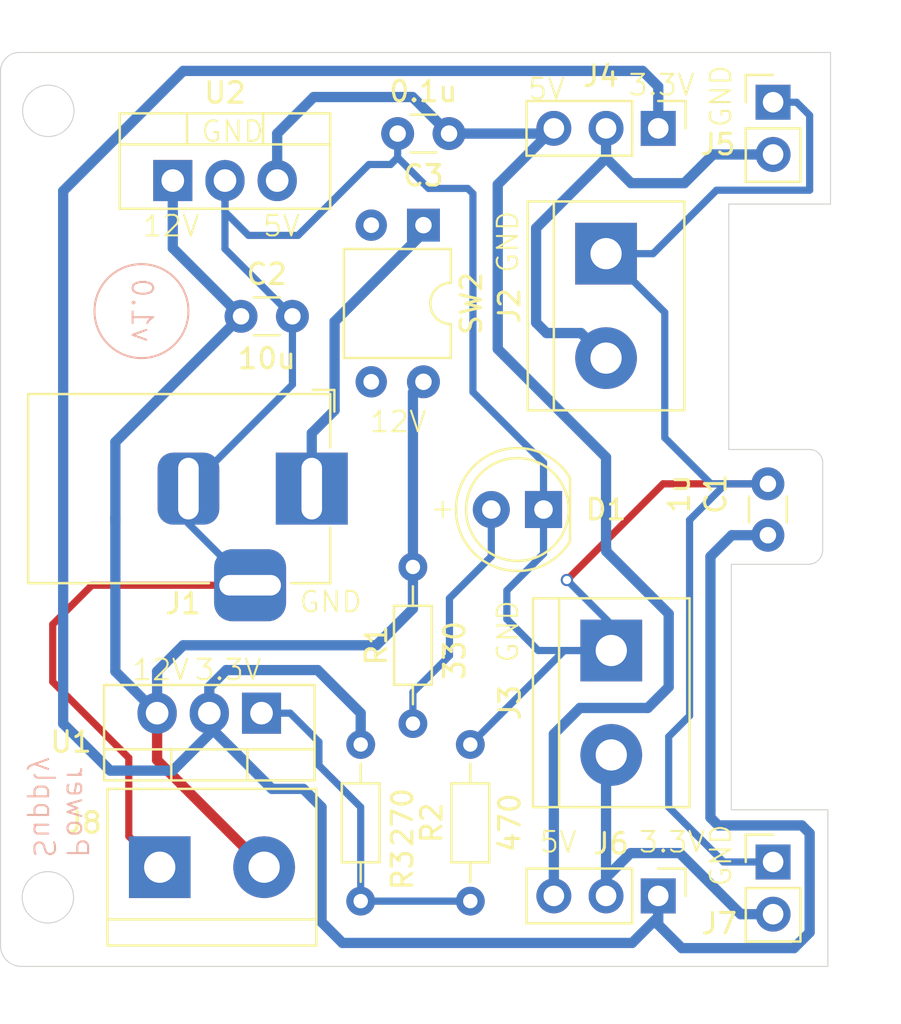
<source format=kicad_pcb>
(kicad_pcb (version 20221018) (generator pcbnew)
  (layers (0 "F.Cu" signal) (31 "B.Cu" signal) (34 "B.Paste" user) (35 "F.Paste" user) (36 "B.SilkS" user "B.Silkscreen") (37 "F.SilkS" user "F.Silkscreen") (38 "B.Mask" user) (39 "F.Mask" user) (44 "Edge.Cuts" user))
  (net 0 "")
  (net 1 "GND")
  (net 2 "/3.3V")
  (net 3 "/12V")
  (net 4 "/5V")
  (net 5 "Net-(D1-A)")
  (net 6 "/PWR_input")
  (net 7 "/PWR_output_top")
  (net 8 "Net-(U1-ADJ)")
  (net 9 "/PWR_output_bot")
  (footprint "Connector_BarrelJack:BarrelJack_Horizontal" (layer "F.Cu") (at 124.872 94.996)
    (fp_text reference "J1" (at -6.254 5.588) (layer "F.SilkS"))
    (fp_text value "Barrel_Jack_Switch")
    (fp_line (start -13.8 -4.6) (end 0.9 -4.6) (stroke (width 0.12)) (layer "F.SilkS"))
    (fp_line (start -13.8 4.6) (end -13.8 -4.6) (stroke (width 0.12)) (layer "F.SilkS"))
    (fp_line (start -5 4.6) (end -13.8 4.6) (stroke (width 0.12)) (layer "F.SilkS"))
    (fp_line (start 0.05 -4.8) (end 1.1 -4.8) (stroke (width 0.12)) (layer "F.SilkS"))
    (fp_line (start 0.9 -4.6) (end 0.9 -2) (stroke (width 0.12)) (layer "F.SilkS"))
    (fp_line (start 0.9 1.9) (end 0.9 4.6) (stroke (width 0.12)) (layer "F.SilkS"))
    (fp_line (start 0.9 4.6) (end -1 4.6) (stroke (width 0.12)) (layer "F.SilkS"))
    (fp_line (start 1.1 -3.75) (end 1.1 -4.8) (stroke (width 0.12)) (layer "F.SilkS"))
    (pad "1" thru_hole rect (at 0 0) (size 3.5 3.5) (drill oval 1 3) (layers "*.Cu" "*.Mask") (net 6 "/PWR_input"))
    (pad "2" thru_hole roundrect (at -6 0) (size 3 3.5) (drill oval 1 3) (layers "*.Cu" "*.Mask") (net 1 "GND"))
    (pad "3" thru_hole roundrect (at -3 4.7) (size 3.5 3.5) (drill oval 3 1) (layers "*.Cu" "*.Mask") (net 1 "GND"))
  )
  (footprint "Resistor_THT:R_Axial_DIN0204_L3.6mm_D1.6mm_P7.62mm_Horizontal" (layer "F.Cu") (at 127.254 107.442 -90)
    (fp_text reference "R3" (at 6.096 -2.032 90) (layer "F.SilkS"))
    (fp_text value "270" (at 3.556 -2.032 90) (layer "F.SilkS"))
    (fp_line (start 0.94 0) (end 1.89 0) (stroke (width 0.12)) (layer "F.SilkS"))
    (fp_line (start 1.89 -0.92) (end 1.89 0.92) (stroke (width 0.12)) (layer "F.SilkS"))
    (fp_line (start 1.89 0.92) (end 5.73 0.92) (stroke (width 0.12)) (layer "F.SilkS"))
    (fp_line (start 5.73 -0.92) (end 1.89 -0.92) (stroke (width 0.12)) (layer "F.SilkS"))
    (fp_line (start 5.73 0.92) (end 5.73 -0.92) (stroke (width 0.12)) (layer "F.SilkS"))
    (fp_line (start 6.68 0) (end 5.73 0) (stroke (width 0.12)) (layer "F.SilkS"))
    (pad "1" thru_hole circle (at 0 0 270) (size 1.4 1.4) (drill 0.7) (layers "*.Cu" "*.Mask") (net 2 "/3.3V"))
    (pad "2" thru_hole oval (at 7.62 0 270) (size 1.4 1.4) (drill 0.7) (layers "*.Cu" "*.Mask") (net 8 "Net-(U1-ADJ)"))
  )
  (footprint "Capacitor_THT:C_Disc_D3.0mm_W1.6mm_P2.50mm" (layer "F.Cu") (at 121.432 86.614)
    (fp_text reference "C2" (at 1.25 -2.05) (layer "F.SilkS"))
    (fp_text value "10u" (at 1.25 2.05) (layer "F.SilkS"))
    (fp_line (start 0.621 -0.92) (end 1.879 -0.92) (stroke (width 0.12)) (layer "F.SilkS"))
    (fp_line (start 0.621 0.92) (end 1.879 0.92) (stroke (width 0.12)) (layer "F.SilkS"))
    (pad "1" thru_hole circle (at 0 0) (size 1.6 1.6) (drill 0.8) (layers "*.Cu" "*.Mask") (net 3 "/12V"))
    (pad "2" thru_hole circle (at 2.5 0) (size 1.6 1.6) (drill 0.8) (layers "*.Cu" "*.Mask") (net 1 "GND"))
  )
  (footprint "Package_TO_SOT_THT:TO-220-3_Vertical" (layer "F.Cu") (at 122.428 105.918 180)
    (fp_text reference "U1" (at 9.271 -1.397) (layer "F.SilkS"))
    (fp_text value "LM317_TO-220")
    (fp_line (start -2.58 -3.27) (end -2.58 1.371) (stroke (width 0.12)) (layer "F.SilkS"))
    (fp_line (start -2.58 -3.27) (end 7.66 -3.27) (stroke (width 0.12)) (layer "F.SilkS"))
    (fp_line (start -2.58 -1.76) (end 7.66 -1.76) (stroke (width 0.12)) (layer "F.SilkS"))
    (fp_line (start -2.58 1.371) (end 7.66 1.371) (stroke (width 0.12)) (layer "F.SilkS"))
    (fp_line (start 0.69 -3.27) (end 0.69 -1.76) (stroke (width 0.12)) (layer "F.SilkS"))
    (fp_line (start 4.391 -3.27) (end 4.391 -1.76) (stroke (width 0.12)) (layer "F.SilkS"))
    (fp_line (start 7.66 -3.27) (end 7.66 1.371) (stroke (width 0.12)) (layer "F.SilkS"))
    (pad "1" thru_hole rect (at 0 0 180) (size 1.905 2) (drill 1.1) (layers "*.Cu" "*.Mask") (net 8 "Net-(U1-ADJ)"))
    (pad "2" thru_hole oval (at 2.54 0 180) (size 1.905 2) (drill 1.1) (layers "*.Cu" "*.Mask") (net 2 "/3.3V"))
    (pad "3" thru_hole oval (at 5.08 0 180) (size 1.905 2) (drill 1.1) (layers "*.Cu" "*.Mask") (net 3 "/12V"))
  )
  (footprint "Resistor_THT:R_Axial_DIN0204_L3.6mm_D1.6mm_P7.62mm_Horizontal" (layer "F.Cu") (at 129.794 98.806 -90)
    (fp_text reference "R1" (at 3.81 1.778 90) (layer "F.SilkS"))
    (fp_text value "330" (at 4.064 -2.032 90) (layer "F.SilkS"))
    (fp_line (start 0.94 0) (end 1.89 0) (stroke (width 0.12)) (layer "F.SilkS"))
    (fp_line (start 1.89 -0.92) (end 1.89 0.92) (stroke (width 0.12)) (layer "F.SilkS"))
    (fp_line (start 1.89 0.92) (end 5.73 0.92) (stroke (width 0.12)) (layer "F.SilkS"))
    (fp_line (start 5.73 -0.92) (end 1.89 -0.92) (stroke (width 0.12)) (layer "F.SilkS"))
    (fp_line (start 5.73 0.92) (end 5.73 -0.92) (stroke (width 0.12)) (layer "F.SilkS"))
    (fp_line (start 6.68 0) (end 5.73 0) (stroke (width 0.12)) (layer "F.SilkS"))
    (pad "1" thru_hole circle (at 0 0 270) (size 1.4 1.4) (drill 0.7) (layers "*.Cu" "*.Mask") (net 3 "/12V"))
    (pad "2" thru_hole oval (at 7.62 0 270) (size 1.4 1.4) (drill 0.7) (layers "*.Cu" "*.Mask") (net 5 "Net-(D1-A)"))
  )
  (footprint "Connector_PinHeader_2.54mm:PinHeader_1x02_P2.54mm_Vertical" (layer "F.Cu") (at 147.32 113.157)
    (fp_text reference "J7" (at -2.6162 2.9972) (layer "F.SilkS"))
    (fp_text value "Conn_01x02_Pin")
    (fp_line (start -1.33 -1.33) (end 0 -1.33) (stroke (width 0.12)) (layer "F.SilkS"))
    (fp_line (start -1.33 0) (end -1.33 -1.33) (stroke (width 0.12)) (layer "F.SilkS"))
    (fp_line (start -1.33 1.27) (end -1.33 3.87) (stroke (width 0.12)) (layer "F.SilkS"))
    (fp_line (start -1.33 1.27) (end 1.33 1.27) (stroke (width 0.12)) (layer "F.SilkS"))
    (fp_line (start -1.33 3.87) (end 1.33 3.87) (stroke (width 0.12)) (layer "F.SilkS"))
    (fp_line (start 1.33 1.27) (end 1.33 3.87) (stroke (width 0.12)) (layer "F.SilkS"))
    (pad "1" thru_hole rect (at 0 0) (size 1.7 1.7) (drill 1) (layers "*.Cu" "*.Mask") (net 1 "GND"))
    (pad "2" thru_hole oval (at 0 2.54) (size 1.7 1.7) (drill 1) (layers "*.Cu" "*.Mask") (net 9 "/PWR_output_bot"))
  )
  (footprint "Capacitor_THT:C_Disc_D3.0mm_W1.6mm_P2.50mm" (layer "F.Cu") (at 147.066 94.762 -90)
    (fp_text reference "C1" (at 0.488 2.54 90) (layer "F.SilkS"))
    (fp_text value "1u" (at 0.488 4.318 90) (layer "F.SilkS"))
    (fp_line (start 0.621 -0.92) (end 1.879 -0.92) (stroke (width 0.12)) (layer "F.SilkS"))
    (fp_line (start 0.621 0.92) (end 1.879 0.92) (stroke (width 0.12)) (layer "F.SilkS"))
    (pad "1" thru_hole circle (at 0 0 270) (size 1.6 1.6) (drill 0.8) (layers "*.Cu" "*.Mask") (net 1 "GND"))
    (pad "2" thru_hole circle (at 2.5 0 270) (size 1.6 1.6) (drill 0.8) (layers "*.Cu" "*.Mask") (net 2 "/3.3V"))
  )
  (footprint "custom_switch:DIP-4_W7.62mm" (layer "F.Cu") (at 130.307 82.179 -90)
    (fp_text reference "SW2" (at 3.81 -2.33 90) (layer "F.SilkS"))
    (fp_text value "Slider Switch ")
    (fp_line (start 1.16 -1.33) (end 1.16 3.87) (stroke (width 0.12)) (layer "F.SilkS"))
    (fp_line (start 1.16 3.87) (end 6.46 3.87) (stroke (width 0.12)) (layer "F.SilkS"))
    (fp_line (start 2.81 -1.33) (end 1.16 -1.33) (stroke (width 0.12)) (layer "F.SilkS"))
    (fp_line (start 6.46 -1.33) (end 4.81 -1.33) (stroke (width 0.12)) (layer "F.SilkS"))
    (fp_line (start 6.46 3.87) (end 6.46 -1.33) (stroke (width 0.12)) (layer "F.SilkS"))
    (fp_arc (start 4.81 -1.33) (mid 3.81 -0.33) (end 2.81 -1.33) (stroke (width 0.12)) (layer "F.SilkS"))
    (pad "1" thru_hole rect (at 0 0 270) (size 1.6 1.6) (drill 0.8) (layers "*.Cu" "*.Mask") (net 6 "/PWR_input"))
    (pad "2" thru_hole oval (at 7.62 0 270) (size 1.6 1.6) (drill 0.8) (layers "*.Cu" "*.Mask") (net 3 "/12V"))
    (pad "3" thru_hole circle (at 0 2.54 270) (size 1.524 1.524) (drill 0.762) (layers "*.Cu" "*.Mask"))
    (pad "4" thru_hole circle (at 7.62 2.54 270) (size 1.524 1.524) (drill 0.762) (layers "*.Cu" "*.Mask"))
  )
  (footprint "Connector_PinHeader_2.54mm:PinHeader_1x03_P2.54mm_Vertical" (layer "F.Cu") (at 141.732 77.47 -90)
    (fp_text reference "J4" (at -2.54 2.794 -360) (layer "F.SilkS"))
    (fp_text value "Conn_01x03_Pin")
    (fp_line (start -1.33 -1.33) (end 0 -1.33) (stroke (width 0.12)) (layer "F.SilkS"))
    (fp_line (start -1.33 0) (end -1.33 -1.33) (stroke (width 0.12)) (layer "F.SilkS"))
    (fp_line (start -1.33 1.27) (end -1.33 6.41) (stroke (width 0.12)) (layer "F.SilkS"))
    (fp_line (start -1.33 1.27) (end 1.33 1.27) (stroke (width 0.12)) (layer "F.SilkS"))
    (fp_line (start -1.33 6.41) (end 1.33 6.41) (stroke (width 0.12)) (layer "F.SilkS"))
    (fp_line (start 1.33 1.27) (end 1.33 6.41) (stroke (width 0.12)) (layer "F.SilkS"))
    (pad "1" thru_hole rect (at 0 0 270) (size 1.7 1.7) (drill 1) (layers "*.Cu" "*.Mask") (net 2 "/3.3V"))
    (pad "2" thru_hole oval (at 0 2.54 270) (size 1.7 1.7) (drill 1) (layers "*.Cu" "*.Mask") (net 7 "/PWR_output_top"))
    (pad "3" thru_hole oval (at 0 5.08 270) (size 1.7 1.7) (drill 1) (layers "*.Cu" "*.Mask") (net 4 "/5V"))
  )
  (footprint "Resistor_THT:R_Axial_DIN0204_L3.6mm_D1.6mm_P7.62mm_Horizontal" (layer "F.Cu") (at 132.588 115.062 90)
    (fp_text reference "R2" (at 3.81 -1.8796 90) (layer "F.SilkS"))
    (fp_text value "470" (at 3.81 1.92 90) (layer "F.SilkS"))
    (fp_line (start 0.94 0) (end 1.89 0) (stroke (width 0.12)) (layer "F.SilkS"))
    (fp_line (start 1.89 -0.92) (end 1.89 0.92) (stroke (width 0.12)) (layer "F.SilkS"))
    (fp_line (start 1.89 0.92) (end 5.73 0.92) (stroke (width 0.12)) (layer "F.SilkS"))
    (fp_line (start 5.73 -0.92) (end 1.89 -0.92) (stroke (width 0.12)) (layer "F.SilkS"))
    (fp_line (start 5.73 0.92) (end 5.73 -0.92) (stroke (width 0.12)) (layer "F.SilkS"))
    (fp_line (start 6.68 0) (end 5.73 0) (stroke (width 0.12)) (layer "F.SilkS"))
    (pad "1" thru_hole circle (at 0 0 90) (size 1.4 1.4) (drill 0.7) (layers "*.Cu" "*.Mask") (net 8 "Net-(U1-ADJ)"))
    (pad "2" thru_hole oval (at 7.62 0 90) (size 1.4 1.4) (drill 0.7) (layers "*.Cu" "*.Mask") (net 1 "GND"))
  )
  (footprint "TerminalBlock:TerminalBlock_bornier-2_P5.08mm" (layer "F.Cu") (at 139.446 102.87 -90)
    (fp_text reference "J3" (at 2.54 4.9276 90) (layer "F.SilkS"))
    (fp_text value "Screw_Terminal_01x02")
    (fp_line (start -2.54 -3.81) (end -2.54 3.81) (stroke (width 0.12)) (layer "F.SilkS"))
    (fp_line (start -2.54 3.81) (end 7.62 3.81) (stroke (width 0.12)) (layer "F.SilkS"))
    (fp_line (start 7.62 -3.81) (end -2.54 -3.81) (stroke (width 0.12)) (layer "F.SilkS"))
    (fp_line (start 7.62 2.54) (end -2.54 2.54) (stroke (width 0.12)) (layer "F.SilkS"))
    (fp_line (start 7.62 3.81) (end 7.62 -3.81) (stroke (width 0.12)) (layer "F.SilkS"))
    (pad "1" thru_hole rect (at 0 0 270) (size 3 3) (drill 1.52) (layers "*.Cu" "*.Mask") (net 1 "GND"))
    (pad "2" thru_hole circle (at 5.08 0 270) (size 3 3) (drill 1.52) (layers "*.Cu" "*.Mask") (net 9 "/PWR_output_bot"))
  )
  (footprint "TerminalBlock:TerminalBlock_bornier-2_P5.08mm" (layer "F.Cu") (at 139.192 83.566 -90)
    (fp_text reference "J2" (at 2.54 4.699 90) (layer "F.SilkS"))
    (fp_text value "Screw_Terminal_01x02")
    (fp_line (start -2.54 -3.81) (end -2.54 3.81) (stroke (width 0.12)) (layer "F.SilkS"))
    (fp_line (start -2.54 3.81) (end 7.62 3.81) (stroke (width 0.12)) (layer "F.SilkS"))
    (fp_line (start 7.62 -3.81) (end -2.54 -3.81) (stroke (width 0.12)) (layer "F.SilkS"))
    (fp_line (start 7.62 2.54) (end -2.54 2.54) (stroke (width 0.12)) (layer "F.SilkS"))
    (fp_line (start 7.62 3.81) (end 7.62 -3.81) (stroke (width 0.12)) (layer "F.SilkS"))
    (pad "1" thru_hole rect (at 0 0 270) (size 3 3) (drill 1.52) (layers "*.Cu" "*.Mask") (net 1 "GND"))
    (pad "2" thru_hole circle (at 5.08 0 270) (size 3 3) (drill 1.52) (layers "*.Cu" "*.Mask") (net 7 "/PWR_output_top"))
  )
  (footprint "Capacitor_THT:C_Disc_D3.0mm_W1.6mm_P2.50mm" (layer "F.Cu") (at 131.552 77.724 180)
    (fp_text reference "C3" (at 1.25 -2.05) (layer "F.SilkS"))
    (fp_text value "0.1u" (at 1.25 2.05) (layer "F.SilkS"))
    (fp_line (start 0.621 -0.92) (end 1.879 -0.92) (stroke (width 0.12)) (layer "F.SilkS"))
    (fp_line (start 0.621 0.92) (end 1.879 0.92) (stroke (width 0.12)) (layer "F.SilkS"))
    (pad "1" thru_hole circle (at 0 0 180) (size 1.6 1.6) (drill 0.8) (layers "*.Cu" "*.Mask") (net 4 "/5V"))
    (pad "2" thru_hole circle (at 2.5 0 180) (size 1.6 1.6) (drill 0.8) (layers "*.Cu" "*.Mask") (net 1 "GND"))
  )
  (footprint "Connector_PinHeader_2.54mm:PinHeader_1x03_P2.54mm_Vertical" (layer "F.Cu") (at 141.732 114.808 -90)
    (fp_text reference "J6" hide)
    (fp_text value "Conn_01x03_Pin")
    (fp_text user "${REFERENCE}" (at -2.54 2.286) (layer "F.SilkS"))
    (fp_line (start -1.33 -1.33) (end 0 -1.33) (stroke (width 0.12)) (layer "F.SilkS"))
    (fp_line (start -1.33 0) (end -1.33 -1.33) (stroke (width 0.12)) (layer "F.SilkS"))
    (fp_line (start -1.33 1.27) (end -1.33 6.41) (stroke (width 0.12)) (layer "F.SilkS"))
    (fp_line (start -1.33 1.27) (end 1.33 1.27) (stroke (width 0.12)) (layer "F.SilkS"))
    (fp_line (start -1.33 6.41) (end 1.33 6.41) (stroke (width 0.12)) (layer "F.SilkS"))
    (fp_line (start 1.33 1.27) (end 1.33 6.41) (stroke (width 0.12)) (layer "F.SilkS"))
    (pad "1" thru_hole rect (at 0 0 270) (size 1.7 1.7) (drill 1) (layers "*.Cu" "*.Mask") (net 2 "/3.3V"))
    (pad "2" thru_hole oval (at 0 2.54 270) (size 1.7 1.7) (drill 1) (layers "*.Cu" "*.Mask") (net 9 "/PWR_output_bot"))
    (pad "3" thru_hole oval (at 0 5.08 270) (size 1.7 1.7) (drill 1) (layers "*.Cu" "*.Mask") (net 4 "/5V"))
  )
  (footprint "Connector_PinHeader_2.54mm:PinHeader_1x02_P2.54mm_Vertical" (layer "F.Cu") (at 147.32 76.2)
    (fp_text reference "J5" (at -2.6924 2.0574) (layer "F.SilkS"))
    (fp_text value "Conn_01x02_Pin")
    (fp_line (start -1.33 -1.33) (end 0 -1.33) (stroke (width 0.12)) (layer "F.SilkS"))
    (fp_line (start -1.33 0) (end -1.33 -1.33) (stroke (width 0.12)) (layer "F.SilkS"))
    (fp_line (start -1.33 1.27) (end -1.33 3.87) (stroke (width 0.12)) (layer "F.SilkS"))
    (fp_line (start -1.33 1.27) (end 1.33 1.27) (stroke (width 0.12)) (layer "F.SilkS"))
    (fp_line (start -1.33 3.87) (end 1.33 3.87) (stroke (width 0.12)) (layer "F.SilkS"))
    (fp_line (start 1.33 1.27) (end 1.33 3.87) (stroke (width 0.12)) (layer "F.SilkS"))
    (pad "1" thru_hole rect (at 0 0) (size 1.7 1.7) (drill 1) (layers "*.Cu" "*.Mask") (net 1 "GND"))
    (pad "2" thru_hole oval (at 0 2.54) (size 1.7 1.7) (drill 1) (layers "*.Cu" "*.Mask") (net 7 "/PWR_output_top"))
  )
  (footprint "Package_TO_SOT_THT:TO-220-3_Vertical" (layer "F.Cu") (at 118.11 80.01)
    (fp_text reference "U2" (at 2.54 -4.27) (layer "F.SilkS"))
    (fp_text value "LM7805_TO220")
    (fp_line (start -2.58 -3.27) (end -2.58 1.371) (stroke (width 0.12)) (layer "F.SilkS"))
    (fp_line (start -2.58 -3.27) (end 7.66 -3.27) (stroke (width 0.12)) (layer "F.SilkS"))
    (fp_line (start -2.58 -1.76) (end 7.66 -1.76) (stroke (width 0.12)) (layer "F.SilkS"))
    (fp_line (start -2.58 1.371) (end 7.66 1.371) (stroke (width 0.12)) (layer "F.SilkS"))
    (fp_line (start 0.69 -3.27) (end 0.69 -1.76) (stroke (width 0.12)) (layer "F.SilkS"))
    (fp_line (start 4.391 -3.27) (end 4.391 -1.76) (stroke (width 0.12)) (layer "F.SilkS"))
    (fp_line (start 7.66 -3.27) (end 7.66 1.371) (stroke (width 0.12)) (layer "F.SilkS"))
    (pad "1" thru_hole rect (at 0 0) (size 1.905 2) (drill 1.1) (layers "*.Cu" "*.Mask") (net 3 "/12V"))
    (pad "2" thru_hole oval (at 2.54 0) (size 1.905 2) (drill 1.1) (layers "*.Cu" "*.Mask") (net 1 "GND"))
    (pad "3" thru_hole oval (at 5.08 0) (size 1.905 2) (drill 1.1) (layers "*.Cu" "*.Mask") (net 4 "/5V"))
  )
  (footprint "LED_THT:LED_D5.0mm" (layer "F.Cu") (at 136.149 96.012 180)
    (fp_text reference "D1" (at -3.043 0) (layer "F.SilkS"))
    (fp_text value "LED")
    (fp_line (start -1.29 -1.545) (end -1.29 1.545) (stroke (width 0.12)) (layer "F.SilkS"))
    (fp_arc (start -1.29 -1.54483) (mid 2.072002 -2.880433) (end 4.26 0.000462) (stroke (width 0.12)) (layer "F.SilkS"))
    (fp_arc (start 4.26 -0.000462) (mid 2.072002 2.880433) (end -1.29 1.54483) (stroke (width 0.12)) (layer "F.SilkS"))
    (fp_circle (center 1.27 0) (end 3.77 0) (stroke (width 0.12)) (fill none) (layer "F.SilkS"))
    (pad "1" thru_hole rect (at 0 0 180) (size 1.8 1.8) (drill 0.9) (layers "*.Cu" "*.Mask") (net 1 "GND"))
    (pad "2" thru_hole circle (at 2.54 0 180) (size 1.8 1.8) (drill 0.9) (layers "*.Cu" "*.Mask") (net 5 "Net-(D1-A)"))
  )
  (footprint "TerminalBlock:TerminalBlock_bornier-2_P5.08mm" (layer "F.Cu") (at 117.475 113.411)
    (fp_text reference "J8" (at -3.683 -2.159) (layer "F.SilkS"))
    (fp_text value "Screw_Terminal_01x02")
    (fp_line (start -2.54 -3.81) (end -2.54 3.81) (stroke (width 0.12)) (layer "F.SilkS"))
    (fp_line (start -2.54 3.81) (end 7.62 3.81) (stroke (width 0.12)) (layer "F.SilkS"))
    (fp_line (start 7.62 -3.81) (end -2.54 -3.81) (stroke (width 0.12)) (layer "F.SilkS"))
    (fp_line (start 7.62 2.54) (end -2.54 2.54) (stroke (width 0.12)) (layer "F.SilkS"))
    (fp_line (start 7.62 3.81) (end 7.62 -3.81) (stroke (width 0.12)) (layer "F.SilkS"))
    (pad "1" thru_hole rect (at 0 0) (size 3 3) (drill 1.52) (layers "*.Cu" "*.Mask") (net 1 "GND"))
    (pad "2" thru_hole circle (at 5.08 0) (size 3 3) (drill 1.52) (layers "*.Cu" "*.Mask") (net 3 "/12V"))
  )
  (gr_circle (center 116.586 86.36) (end 116.586 88.646) (stroke (width 0.1)) (fill none) (layer "B.SilkS"))
  (gr_circle locked (center 112.051736 76.618736) (end 113.301736 76.618736) (stroke (width 0.05)) (fill none) (layer "Edge.Cuts"))
  (gr_arc locked (start 149.733 97.975987) (mid 149.527092 98.473092) (end 149.029987 98.679) (stroke (width 0.05)) (layer "Edge.Cuts"))
  (gr_line locked (start 145.161 81.534) (end 145.161 81.153) (stroke (width 0.05)) (layer "Edge.Cuts"))
  (gr_line locked (start 145.288 98.679) (end 149.0218 98.679) (stroke (width 0.05)) (layer "Edge.Cuts"))
  (gr_line locked (start 145.161 81.153) (end 150.114 81.153) (stroke (width 0.05)) (layer "Edge.Cuts"))
  (gr_line locked (start 149.733 97.9678) (end 149.733 93.726) (stroke (width 0.05)) (layer "Edge.Cuts"))
  (gr_line locked (start 149.987 110.617) (end 145.288 110.617) (stroke (width 0.05)) (layer "Edge.Cuts"))
  (gr_line locked (start 110.744 118.237) (end 149.987 118.237) (stroke (width 0.05)) (layer "Edge.Cuts"))
  (gr_circle locked (center 112.031736 114.877264) (end 113.281736 114.877264) (stroke (width 0.05)) (fill none) (layer "Edge.Cuts"))
  (gr_line locked (start 150.114 81.153) (end 150.114 73.78) (stroke (width 0.05)) (layer "Edge.Cuts"))
  (gr_line locked (start 145.288 110.617) (end 145.288 98.679) (stroke (width 0.05)) (layer "Edge.Cuts"))
  (gr_arc locked (start 109.728 74.7) (mid 109.998048 74.048048) (end 110.65 73.778) (stroke (width 0.05)) (layer "Edge.Cuts"))
  (gr_line locked (start 150.11 73.778) (end 110.65 73.778) (stroke (width 0.05)) (layer "Edge.Cuts"))
  (gr_line locked (start 149.987 118.237) (end 149.987 110.617) (stroke (width 0.05)) (layer "Edge.Cuts"))
  (gr_line locked (start 145.161 93.091) (end 145.161 81.534) (stroke (width 0.05)) (layer "Edge.Cuts"))
  (gr_line locked (start 109.728 74.7014) (end 109.728 117.221) (stroke (width 0.05)) (layer "Edge.Cuts"))
  (gr_arc locked (start 149.098 93.091) (mid 149.547013 93.276987) (end 149.733 93.726) (stroke (width 0.05)) (layer "Edge.Cuts"))
  (gr_line locked (start 149.098 93.091) (end 145.161 93.091) (stroke (width 0.05)) (layer "Edge.Cuts"))
  (gr_arc locked (start 110.744 118.237) (mid 110.02558 117.93942) (end 109.728 117.221) (stroke (width 0.05)) (layer "Edge.Cuts"))
  (gr_text "v1.0" (at 116.0272 87.9602 270) (layer "B.SilkS") (effects (font (size 1 1) (thickness 0.1) bold) (justify left bottom mirror)))
  (gr_text "Power\nSupply" (at 111.252 113.03 270) (layer "B.SilkS") (effects (font (size 1 1) (thickness 0.1)) (justify left bottom mirror)))
  (gr_text "GND" (at 135.001 103.5304 90) (layer "F.SilkS") (effects (font (size 1 1) (thickness 0.1)) (justify left bottom)))
  (gr_text "GND" (at 119.4308 78.2066) (layer "F.SilkS") (effects (font (size 1 1) (thickness 0.1)) (justify left bottom)))
  (gr_text "GND" (at 135.001 84.582 90) (layer "F.SilkS") (effects (font (size 1 1) (thickness 0.1)) (justify left bottom)))
  (gr_text "12V" (at 116.078 104.394) (layer "F.SilkS") (effects (font (size 1 1) (thickness 0.1)) (justify left bottom)))
  (gr_text "+" (at 130.556 96.52) (layer "F.SilkS") (effects (font (size 1 1) (thickness 0.1)) (justify left bottom)))
  (gr_text "3.3V" (at 119.126 104.394) (layer "F.SilkS") (effects (font (size 1 1) (thickness 0.1)) (justify left bottom)))
  (gr_text "GND" (at 145.3642 77.4954 90) (layer "F.SilkS") (effects (font (size 1 1) (thickness 0.1)) (justify left bottom)))
  (gr_text "GND" (at 124.206 101.092) (layer "F.SilkS") (effects (font (size 1 1) (thickness 0.1)) (justify left bottom)))
  (gr_text "GND" (at 145.3642 114.427 90) (layer "F.SilkS") (effects (font (size 1 1) (thickness 0.1)) (justify left bottom)))
  (gr_text "5V" (at 135.89 112.776) (layer "F.SilkS") (effects (font (size 1 1) (thickness 0.1)) (justify left bottom)))
  (gr_text "5V" (at 122.428 82.804) (layer "F.SilkS") (effects (font (size 1 1) (thickness 0.1)) (justify left bottom)))
  (gr_text "3.3V" (at 140.716 112.776) (layer "F.SilkS") (effects (font (size 1 1) (thickness 0.1)) (justify left bottom)))
  (gr_text "12V" (at 127.635 92.329) (layer "F.SilkS") (effects (font (size 1 1) (thickness 0.1)) (justify left bottom)))
  (gr_text "5V" (at 135.322 76.14) (layer "F.SilkS") (effects (font (size 1 1) (thickness 0.1)) (justify left bottom)))
  (gr_text "3.3V" (at 140.208 75.946) (layer "F.SilkS") (effects (font (size 1 1) (thickness 0.1)) (justify left bottom)))
  (gr_text "12V" (at 116.586 82.804) (layer "F.SilkS") (effects (font (size 1 1) (thickness 0.1)) (justify left bottom)))
  (segment (start 115.9705 108.0965) (end 112.268 104.394) (width 0.35) (layer "F.Cu") (net 1))
  (segment (start 141.966 94.762) (end 147.066 94.762) (width 0.35) (layer "F.Cu") (net 1))
  (segment (start 112.268 101.6) (end 114.172 99.696) (width 0.35) (layer "F.Cu") (net 1))
  (segment (start 137.287 99.441) (end 141.966 94.762) (width 0.35) (layer "F.Cu") (net 1))
  (segment (start 112.268 104.394) (end 112.268 101.6) (width 0.35) (layer "F.Cu") (net 1))
  (segment (start 114.172 99.696) (end 121.872 99.696) (width 0.35) (layer "F.Cu") (net 1))
  (segment (start 115.9705 111.9065) (end 115.9705 108.0965) (width 0.35) (layer "F.Cu") (net 1))
  (segment (start 117.475 113.411) (end 115.9705 111.9065) (width 0.35) (layer "F.Cu") (net 1))
  (via (at 137.287 99.441) (size 0.6) (drill 0.4) (layers "F.Cu" "B.Cu") (net 1))
  (segment (start 132.461 80.391) (end 130.556 80.391) (width 0.35) (layer "B.Cu") (net 1))
  (segment (start 142.24 107.061) (end 142.24 110.49) (width 0.35) (layer "B.Cu") (net 1))
  (segment (start 148.463 76.2) (end 147.32 76.2) (width 0.35) (layer "B.Cu") (net 1))
  (segment (start 132.715 80.645) (end 132.461 80.391) (width 0.35) (layer "B.Cu") (net 1))
  (segment (start 142.0495 92.5195) (end 144.292 94.762) (width 0.35) (layer "B.Cu") (net 1))
  (segment (start 144.907 113.157) (end 147.32 113.157) (width 0.35) (layer "B.Cu") (net 1))
  (segment (start 123.932 86.614) (end 123.932 89.936) (width 0.35) (layer "B.Cu") (net 1))
  (segment (start 132.715 90.297) (end 132.715 80.645) (width 0.35) (layer "B.Cu") (net 1))
  (segment (start 136.149 96.012) (end 136.149 98.166) (width 0.35) (layer "B.Cu") (net 1))
  (segment (start 130.556 80.391) (end 129.052 78.887) (width 0.35) (layer "B.Cu") (net 1))
  (segment (start 120.65 80.01) (end 120.65 81.534) (width 0.35) (layer "B.Cu") (net 1))
  (segment (start 145.014 94.762) (end 147.066 94.762) (width 0.25) (layer "B.Cu") (net 1))
  (segment (start 120.65 83.332) (end 123.932 86.614) (width 0.35) (layer "B.Cu") (net 1))
  (segment (start 118.872 94.996) (end 118.872 96.696) (width 0.35) (layer "B.Cu") (net 1))
  (segment (start 135.89 102.87) (end 139.446 102.87) (width 0.35) (layer "B.Cu") (net 1))
  (segment (start 139.446 101.6) (end 137.287 99.441) (width 0.35) (layer "B.Cu") (net 1))
  (segment (start 136.149 98.166) (end 134.366 99.949) (width 0.35) (layer "B.Cu") (net 1))
  (segment (start 124.206 82.677) (end 127.655 79.228) (width 0.35) (layer "B.Cu") (net 1))
  (segment (start 142.24 110.49) (end 144.907 113.157) (width 0.35) (layer "B.Cu") (net 1))
  (segment (start 137.16 102.87) (end 139.446 102.87) (width 0.35) (layer "B.Cu") (net 1))
  (segment (start 134.366 101.346) (end 135.89 102.87) (width 0.35) (layer "B.Cu") (net 1))
  (segment (start 129.052 78.887) (end 129.052 77.724) (width 0.35) (layer "B.Cu") (net 1))
  (segment (start 120.65 80.01) (end 120.65 83.332) (width 0.35) (layer "B.Cu") (net 1))
  (segment (start 144.907 94.869) (end 145.014 94.762) (width 0.25) (layer "B.Cu") (net 1))
  (segment (start 128.711 79.228) (end 129.052 78.887) (width 0.35) (layer "B.Cu") (net 1))
  (segment (start 139.192 83.566) (end 141.478 83.566) (width 0.35) (layer "B.Cu") (net 1))
  (segment (start 136.149 96.012) (end 136.149 93.731) (width 0.35) (layer "B.Cu") (net 1))
  (segment (start 149.098 80.478) (end 149.098 76.835) (width 0.35) (layer "B.Cu") (net 1))
  (segment (start 136.149 93.731) (end 132.715 90.297) (width 0.35) (layer "B.Cu") (net 1))
  (segment (start 144.566 80.478) (end 149.098 80.478) (width 0.35) (layer "B.Cu") (net 1))
  (segment (start 127.655 79.228) (end 128.711 79.228) (width 0.35) (layer "B.Cu") (net 1))
  (segment (start 142.0495 86.4235) (end 142.0495 92.5195) (width 0.35) (layer "B.Cu") (net 1))
  (segment (start 149.098 76.835) (end 148.463 76.2) (width 0.35) (layer "B.Cu") (net 1))
  (segment (start 123.932 89.936) (end 118.872 94.996) (width 0.35) (layer "B.Cu") (net 1))
  (segment (start 143.256 96.52) (end 143.256 106.045) (width 0.35) (layer "B.Cu") (net 1))
  (segment (start 118.872 96.696) (end 121.872 99.696) (width 0.35) (layer "B.Cu") (net 1))
  (segment (start 121.793 82.677) (end 124.206 82.677) (width 0.35) (layer "B.Cu") (net 1))
  (segment (start 134.366 99.949) (end 134.366 101.346) (width 0.35) (layer "B.Cu") (net 1))
  (segment (start 120.65 81.534) (end 121.793 82.677) (width 0.35) (layer "B.Cu") (net 1))
  (segment (start 144.292 94.762) (end 147.066 94.762) (width 0.35) (layer "B.Cu") (net 1))
  (segment (start 139.192 83.566) (end 142.0495 86.4235) (width 0.35) (layer "B.Cu") (net 1))
  (segment (start 139.446 102.87) (end 139.446 101.6) (width 0.35) (layer "B.Cu") (net 1))
  (segment (start 144.907 94.869) (end 143.256 96.52) (width 0.35) (layer "B.Cu") (net 1))
  (segment (start 141.478 83.566) (end 144.566 80.478) (width 0.35) (layer "B.Cu") (net 1))
  (segment (start 132.588 107.442) (end 137.16 102.87) (width 0.35) (layer "B.Cu") (net 1))
  (segment (start 143.256 106.045) (end 142.24 107.061) (width 0.35) (layer "B.Cu") (net 1))
  (segment (start 142.24 114.3) (end 141.732 114.808) (width 0.35) (layer "F.Cu") (net 2))
  (segment (start 115.062 108.712) (end 118.11 108.712) (width 0.5) (layer "B.Cu") (net 2))
  (segment (start 141.732 115.824) (end 141.732 114.808) (width 0.5) (layer "B.Cu") (net 2))
  (segment (start 125.349 116.078) (end 126.365 117.094) (width 0.5) (layer "B.Cu") (net 2))
  (segment (start 145.308 97.262) (end 144.272 98.298) (width 0.5) (layer "B.Cu") (net 2))
  (segment (start 141.732 116.205) (end 141.732 114.808) (width 0.5) (layer "B.Cu") (net 2))
  (segment (start 118.618 74.676) (end 112.776 80.518) (width 0.5) (layer "B.Cu") (net 2))
  (segment (start 125.349 110.49) (end 125.349 116.078) (width 0.5) (layer "B.Cu") (net 2))
  (segment (start 142.875 117.348) (end 141.732 116.205) (width 0.5) (layer "B.Cu") (net 2))
  (segment (start 124.46 109.601) (end 125.349 110.49) (width 0.5) (layer "B.Cu") (net 2))
  (segment (start 140.97 74.676) (end 118.618 74.676) (width 0.5) (layer "B.Cu") (net 2))
  (segment (start 144.272 110.998) (end 144.653 111.379) (width 0.5) (layer "B.Cu") (net 2))
  (segment (start 141.732 77.47) (end 141.732 75.438) (width 0.5) (layer "B.Cu") (net 2))
  (segment (start 147.066 97.262) (end 145.308 97.262) (width 0.5) (layer "B.Cu") (net 2))
  (segment (start 119.888 106.934) (end 119.888 105.918) (width 0.5) (layer "B.Cu") (net 2))
  (segment (start 118.11 108.712) (end 119.888 106.934) (width 0.5) (layer "B.Cu") (net 2))
  (segment (start 149.098 111.76) (end 149.098 116.586) (width 0.5) (layer "B.Cu") (net 2))
  (segment (start 148.717 111.379) (end 149.098 111.76) (width 0.5) (layer "B.Cu") (net 2))
  (segment (start 112.776 106.426) (end 115.062 108.712) (width 0.5) (layer "B.Cu") (net 2))
  (segment (start 122.936 109.601) (end 124.46 109.601) (width 0.5) (layer "B.Cu") (net 2))
  (segment (start 119.888 106.553) (end 122.936 109.601) (width 0.5) (layer "B.Cu") (net 2))
  (segment (start 127.254 105.918) (end 125.1585 103.8225) (width 0.5) (layer "B.Cu") (net 2))
  (segment (start 119.888 104.648) (end 119.888 105.918) (width 0.5) (layer "B.Cu") (net 2))
  (segment (start 125.1585 103.8225) (end 120.7135 103.8225) (width 0.5) (layer "B.Cu") (net 2))
  (segment (start 148.336 117.348) (end 142.875 117.348) (width 0.5) (layer "B.Cu") (net 2))
  (segment (start 120.7135 103.8225) (end 119.888 104.648) (width 0.5) (layer "B.Cu") (net 2))
  (segment (start 126.365 117.094) (end 140.462 117.094) (width 0.5) (layer "B.Cu") (net 2))
  (segment (start 144.653 111.379) (end 148.717 111.379) (width 0.5) (layer "B.Cu") (net 2))
  (segment (start 149.098 116.586) (end 148.336 117.348) (width 0.5) (layer "B.Cu") (net 2))
  (segment (start 140.462 117.094) (end 141.732 115.824) (width 0.5) (layer "B.Cu") (net 2))
  (segment (start 112.776 80.518) (end 112.776 106.426) (width 0.5) (layer "B.Cu") (net 2))
  (segment (start 141.732 75.438) (end 140.97 74.676) (width 0.5) (layer "B.Cu") (net 2))
  (segment (start 127.254 107.442) (end 127.254 105.918) (width 0.5) (layer "B.Cu") (net 2))
  (segment (start 119.888 105.918) (end 119.888 106.553) (width 0.5) (layer "B.Cu") (net 2))
  (segment (start 144.272 98.298) (end 144.272 110.998) (width 0.5) (layer "B.Cu") (net 2))
  (segment (start 117.348 108.204) (end 117.348 105.918) (width 0.5) (layer "F.Cu") (net 3))
  (segment (start 122.555 113.411) (end 117.348 108.204) (width 0.5) (layer "F.Cu") (net 3))
  (segment (start 118.11 83.292) (end 121.432 86.614) (width 0.5) (layer "B.Cu") (net 3))
  (segment (start 129.794 100.838) (end 129.794 98.806) (width 0.5) (layer "B.Cu") (net 3))
  (segment (start 115.316 96.647) (end 115.316 103.886) (width 0.35) (layer "B.Cu") (net 3))
  (segment (start 115.316 103.886) (end 117.348 105.918) (width 0.5) (layer "B.Cu") (net 3))
  (segment (start 117.348 103.886) (end 118.618 102.616) (width 0.5) (layer "B.Cu") (net 3))
  (segment (start 117.348 105.918) (end 117.348 103.886) (width 0.5) (layer "B.Cu") (net 3))
  (segment (start 118.11 80.01) (end 118.11 83.292) (width 0.5) (layer "B.Cu") (net 3))
  (segment (start 128.016 102.616) (end 129.794 100.838) (width 0.5) (layer "B.Cu") (net 3))
  (segment (start 129.794 98.806) (end 129.794 90.312) (width 0.5) (layer "B.Cu") (net 3))
  (segment (start 118.618 102.616) (end 128.016 102.616) (width 0.5) (layer "B.Cu") (net 3))
  (segment (start 121.432 86.614) (end 115.316 92.73) (width 0.5) (layer "B.Cu") (net 3))
  (segment (start 115.316 96.393) (end 115.316 96.647) (width 0.5) (layer "B.Cu") (net 3))
  (segment (start 129.794 90.312) (end 130.307 89.799) (width 0.5) (layer "B.Cu") (net 3))
  (segment (start 115.316 92.73) (end 115.316 96.393) (width 0.5) (layer "B.Cu") (net 3))
  (segment (start 115.316 96.393) (end 115.316 103.886) (width 0.5) (layer "B.Cu") (net 3))
  (segment (start 133.9215 80.2005) (end 133.9215 88.2015) (width 0.5) (layer "B.Cu") (net 4))
  (segment (start 139.192 93.472) (end 139.192 97.907695) (width 0.5) (layer "B.Cu") (net 4))
  (segment (start 133.9215 88.2015) (end 134.239 88.519) (width 0.5) (layer "B.Cu") (net 4))
  (segment (start 137.922 105.664) (end 136.652 106.934) (width 0.5) (layer "B.Cu") (net 4))
  (segment (start 123.19 80.01) (end 123.19 77.724) (width 0.5) (layer "B.Cu") (net 4))
  (segment (start 141.224 105.664) (end 137.922 105.664) (width 0.5) (layer "B.Cu") (net 4))
  (segment (start 139.201305 97.917) (end 139.201305 98.044) (width 0.5) (layer "B.Cu") (net 4))
  (segment (start 134.239 88.519) (end 139.192 93.472) (width 0.5) (layer "B.Cu") (net 4))
  (segment (start 131.552 77.724) (end 136.398 77.724) (width 0.5) (layer "B.Cu") (net 4))
  (segment (start 142.24 101.082695) (end 142.24 104.648) (width 0.5) (layer "B.Cu") (net 4))
  (segment (start 142.24 104.648) (end 141.224 105.664) (width 0.5) (layer "B.Cu") (net 4))
  (segment (start 136.652 77.47) (end 133.9215 80.2005) (width 0.5) (layer "B.Cu") (net 4))
  (segment (start 139.192 97.907695) (end 139.201305 97.917) (width 0.5) (layer "B.Cu") (net 4))
  (segment (start 124.968 75.946) (end 129.774 75.946) (width 0.5) (layer "B.Cu") (net 4))
  (segment (start 129.774 75.946) (end 131.552 77.724) (width 0.5) (layer "B.Cu") (net 4))
  (segment (start 136.652 106.934) (end 136.652 114.808) (width 0.5) (layer "B.Cu") (net 4))
  (segment (start 123.19 77.724) (end 124.968 75.946) (width 0.5) (layer "B.Cu") (net 4))
  (segment (start 136.398 77.724) (end 136.652 77.47) (width 0.5) (layer "B.Cu") (net 4))
  (segment (start 139.201305 98.044) (end 142.24 101.082695) (width 0.5) (layer "B.Cu") (net 4))
  (segment (start 131.572 103.124) (end 129.794 104.902) (width 0.35) (layer "B.Cu") (net 5))
  (segment (start 133.609 98.293) (end 131.572 100.33) (width 0.35) (layer "B.Cu") (net 5))
  (segment (start 131.572 100.33) (end 131.572 103.124) (width 0.35) (layer "B.Cu") (net 5))
  (segment (start 129.794 104.902) (end 129.794 106.426) (width 0.35) (layer "B.Cu") (net 5))
  (segment (start 133.609 96.012) (end 133.609 98.293) (width 0.35) (layer "B.Cu") (net 5))
  (segment (start 124.872 94.996) (end 124.872 92.298) (width 0.5) (layer "B.Cu") (net 6))
  (segment (start 125.984 86.868) (end 130.307 82.545) (width 0.5) (layer "B.Cu") (net 6))
  (segment (start 125.984 91.186) (end 125.984 86.868) (width 0.5) (layer "B.Cu") (net 6))
  (segment (start 130.307 82.545) (end 130.307 82.179) (width 0.5) (layer "B.Cu") (net 6))
  (segment (start 124.872 92.298) (end 125.984 91.186) (width 0.5) (layer "B.Cu") (net 6))
  (segment (start 143.002 80.137) (end 144.399 78.74) (width 0.5) (layer "B.Cu") (net 7))
  (segment (start 139.192 77.47) (end 139.192 78.994) (width 0.35) (layer "B.Cu") (net 7))
  (segment (start 139.192 78.9178) (end 140.4112 80.137) (width 0.5) (layer "B.Cu") (net 7))
  (segment (start 144.399 78.74) (end 147.32 78.74) (width 0.5) (layer "B.Cu") (net 7))
  (segment (start 135.7884 82.3214) (end 135.7884 86.9188) (width 0.5) (layer "B.Cu") (net 7))
  (segment (start 137.9728 87.4268) (end 139.192 88.646) (width 0.5) (layer "B.Cu") (net 7))
  (segment (start 139.192 78.9178) (end 135.7884 82.3214) (width 0.5) (layer "B.Cu") (net 7))
  (segment (start 139.192 77.47) (end 139.192 78.9178) (width 0.5) (layer "B.Cu") (net 7))
  (segment (start 136.2964 87.4268) (end 137.9728 87.4268) (width 0.5) (layer "B.Cu") (net 7))
  (segment (start 135.7884 86.9188) (end 136.2964 87.4268) (width 0.5) (layer "B.Cu") (net 7))
  (segment (start 137.9728 87.4268) (end 138.767736 88.221736) (width 0.35) (layer "B.Cu") (net 7))
  (segment (start 140.4112 80.137) (end 143.002 80.137) (width 0.5) (layer "B.Cu") (net 7))
  (segment (start 127.254 115.062) (end 132.588 115.062) (width 0.35) (layer "B.Cu") (net 8))
  (segment (start 125.222 107.315) (end 125.222 108.458) (width 0.35) (layer "B.Cu") (net 8))
  (segment (start 127.254 110.49) (end 127.254 115.062) (width 0.35) (layer "B.Cu") (net 8))
  (segment (start 125.222 108.458) (end 127.254 110.49) (width 0.35) (layer "B.Cu") (net 8))
  (segment (start 123.825 105.918) (end 125.222 107.315) (width 0.35) (layer "B.Cu") (net 8))
  (segment (start 122.428 105.918) (end 123.825 105.918) (width 0.35) (layer "B.Cu") (net 8))
  (segment (start 139.192 109.052528) (end 139.446 108.798528) (width 0.35) (layer "B.Cu") (net 9))
  (segment (start 140.589 112.7252) (end 142.774424 112.7252) (width 0.5) (layer "B.Cu") (net 9))
  (segment (start 145.746224 115.697) (end 146.05 115.697) (width 0.5) (layer "B.Cu") (net 9))
  (segment (start 139.192 108.204) (end 139.446 107.95) (width 0.5) (layer "B.Cu") (net 9))
  (segment (start 147.32 115.697) (end 146.05 115.697) (width 0.35) (layer "B.Cu") (net 9))
  (segment (start 139.192 113.919) (end 139.8905 113.2205) (width 0.5) (layer "B.Cu") (net 9))
  (segment (start 139.192 114.808) (end 139.192 108.204) (width 0.5) (layer "B.Cu") (net 9))
  (segment (start 145.746224 115.697) (end 147.32 115.697) (width 0.5) (layer "B.Cu") (net 9))
  (segment (start 142.774424 112.7252) (end 145.746224 115.697) (width 0.5) (layer "B.Cu") (net 9))
  (segment (start 140.3858 112.7252) (end 140.589 112.7252) (width 0.5) (layer "B.Cu") (net 9))
  (segment (start 139.192 114.808) (end 139.192 113.919) (width 0.5) (layer "B.Cu") (net 9))
  (segment (start 139.192 113.919) (end 139.192 109.052528) (width 0.35) (layer "B.Cu") (net 9))
  (segment (start 139.8905 113.2205) (end 140.3858 112.7252) (width 0.5) (layer "B.Cu") (net 9))
)
</source>
